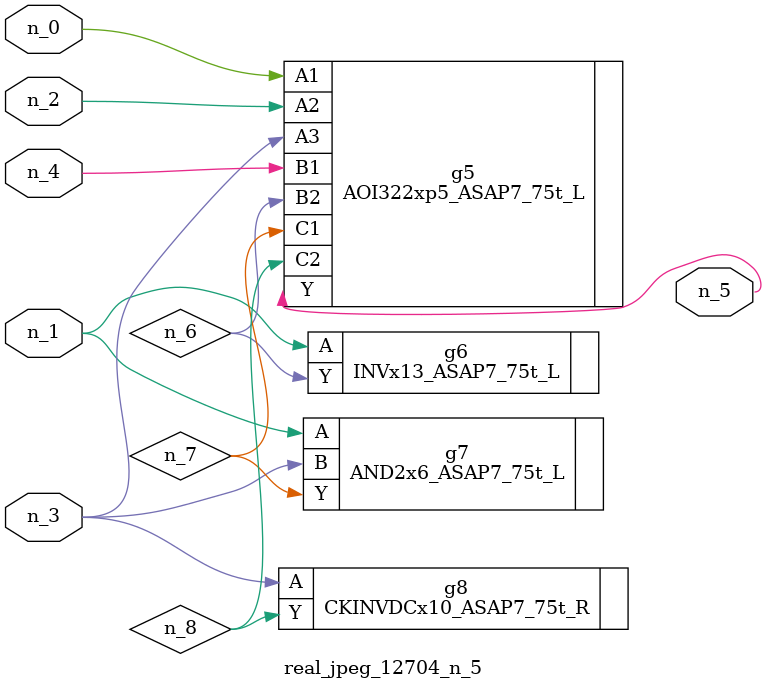
<source format=v>
module real_jpeg_12704_n_5 (n_4, n_0, n_1, n_2, n_3, n_5);

input n_4;
input n_0;
input n_1;
input n_2;
input n_3;

output n_5;

wire n_8;
wire n_6;
wire n_7;

AOI322xp5_ASAP7_75t_L g5 ( 
.A1(n_0),
.A2(n_2),
.A3(n_3),
.B1(n_4),
.B2(n_6),
.C1(n_7),
.C2(n_8),
.Y(n_5)
);

INVx13_ASAP7_75t_L g6 ( 
.A(n_1),
.Y(n_6)
);

AND2x6_ASAP7_75t_L g7 ( 
.A(n_1),
.B(n_3),
.Y(n_7)
);

CKINVDCx10_ASAP7_75t_R g8 ( 
.A(n_3),
.Y(n_8)
);


endmodule
</source>
